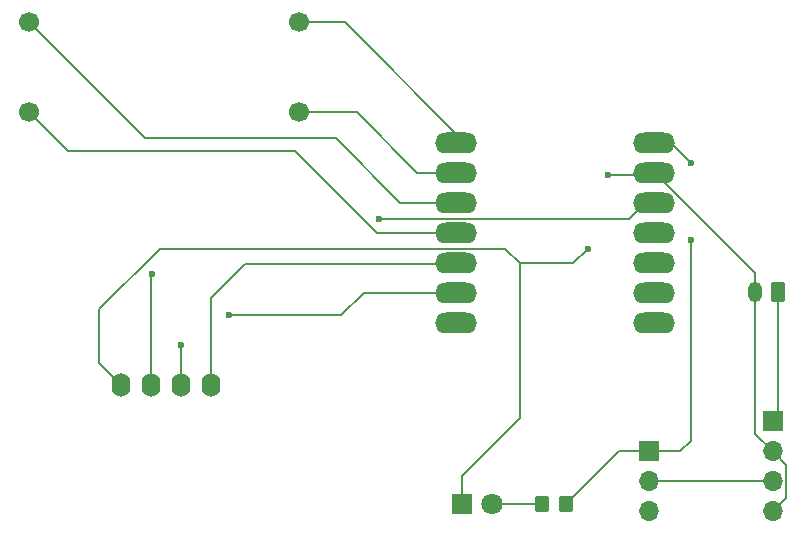
<source format=gbr>
%TF.GenerationSoftware,KiCad,Pcbnew,8.0.7*%
%TF.CreationDate,2025-02-27T15:03:55-08:00*%
%TF.ProjectId,514finalpcbdesign,35313466-696e-4616-9c70-636264657369,rev?*%
%TF.SameCoordinates,Original*%
%TF.FileFunction,Copper,L1,Top*%
%TF.FilePolarity,Positive*%
%FSLAX46Y46*%
G04 Gerber Fmt 4.6, Leading zero omitted, Abs format (unit mm)*
G04 Created by KiCad (PCBNEW 8.0.7) date 2025-02-27 15:03:55*
%MOMM*%
%LPD*%
G01*
G04 APERTURE LIST*
G04 Aperture macros list*
%AMRoundRect*
0 Rectangle with rounded corners*
0 $1 Rounding radius*
0 $2 $3 $4 $5 $6 $7 $8 $9 X,Y pos of 4 corners*
0 Add a 4 corners polygon primitive as box body*
4,1,4,$2,$3,$4,$5,$6,$7,$8,$9,$2,$3,0*
0 Add four circle primitives for the rounded corners*
1,1,$1+$1,$2,$3*
1,1,$1+$1,$4,$5*
1,1,$1+$1,$6,$7*
1,1,$1+$1,$8,$9*
0 Add four rect primitives between the rounded corners*
20,1,$1+$1,$2,$3,$4,$5,0*
20,1,$1+$1,$4,$5,$6,$7,0*
20,1,$1+$1,$6,$7,$8,$9,0*
20,1,$1+$1,$8,$9,$2,$3,0*%
G04 Aperture macros list end*
%TA.AperFunction,ComponentPad*%
%ADD10R,1.700000X1.700000*%
%TD*%
%TA.AperFunction,ComponentPad*%
%ADD11O,1.700000X1.700000*%
%TD*%
%TA.AperFunction,SMDPad,CuDef*%
%ADD12RoundRect,0.250000X-0.350000X-0.450000X0.350000X-0.450000X0.350000X0.450000X-0.350000X0.450000X0*%
%TD*%
%TA.AperFunction,ComponentPad*%
%ADD13O,1.600000X2.000000*%
%TD*%
%TA.AperFunction,ComponentPad*%
%ADD14O,3.556000X1.778000*%
%TD*%
%TA.AperFunction,ComponentPad*%
%ADD15C,1.700000*%
%TD*%
%TA.AperFunction,ComponentPad*%
%ADD16R,1.800000X1.800000*%
%TD*%
%TA.AperFunction,ComponentPad*%
%ADD17C,1.800000*%
%TD*%
%TA.AperFunction,ComponentPad*%
%ADD18RoundRect,0.250000X0.350000X0.625000X-0.350000X0.625000X-0.350000X-0.625000X0.350000X-0.625000X0*%
%TD*%
%TA.AperFunction,ComponentPad*%
%ADD19O,1.200000X1.750000*%
%TD*%
%TA.AperFunction,ViaPad*%
%ADD20C,0.600000*%
%TD*%
%TA.AperFunction,Conductor*%
%ADD21C,0.200000*%
%TD*%
G04 APERTURE END LIST*
D10*
%TO.P,J2,1,Pin_1*%
%TO.N,/3.7V*%
X176402527Y-97862527D03*
D11*
%TO.P,J2,2,Pin_2*%
%TO.N,GND*%
X176402527Y-100402527D03*
%TO.P,J2,3,Pin_3*%
%TO.N,+5V*%
X176402527Y-102942527D03*
%TO.P,J2,4,Pin_4*%
%TO.N,GND*%
X176402527Y-105482527D03*
%TD*%
D12*
%TO.P,R8,1*%
%TO.N,Net-(D1-A)*%
X156902527Y-104902527D03*
%TO.P,R8,2*%
%TO.N,Net-(SW1-A)*%
X158902527Y-104902527D03*
%TD*%
D13*
%TO.P,Brd1,1,GND*%
%TO.N,GND*%
X121282527Y-94802527D03*
%TO.P,Brd1,2,VCC*%
%TO.N,Net-(Brd1-VCC)*%
X123822527Y-94802527D03*
%TO.P,Brd1,3,SCL*%
%TO.N,Net-(Brd1-SCL)*%
X126362527Y-94802527D03*
%TO.P,Brd1,4,SDA*%
%TO.N,Net-(Brd1-SDA)*%
X128902527Y-94802527D03*
%TD*%
D14*
%TO.P,U4,1,PA02_A0_D0*%
%TO.N,Net-(U4-PA02_A0_D0)*%
X149640527Y-74282527D03*
%TO.P,U4,2,PA4_A1_D1*%
%TO.N,Net-(M3--)*%
X149640527Y-76822527D03*
%TO.P,U4,3,PA10_A2_D2*%
%TO.N,Net-(U4-PA10_A2_D2)*%
X149640527Y-79362527D03*
%TO.P,U4,4,PA11_A3_D3*%
%TO.N,Net-(U4-PA11_A3_D3)*%
X149640527Y-81902527D03*
%TO.P,U4,5,PA8_A4_D4_SDA*%
%TO.N,Net-(Brd1-SDA)*%
X149640527Y-84442527D03*
%TO.P,U4,6,PA9_A5_D5_SCL*%
%TO.N,Net-(Brd1-SCL)*%
X149640527Y-86982527D03*
%TO.P,U4,7,PB08_A6_D6_TX*%
%TO.N,unconnected-(U4-PB08_A6_D6_TX-Pad7)*%
X149640527Y-89522527D03*
%TO.P,U4,8,PB09_A7_D7_RX*%
%TO.N,Net-(SW1-A)*%
X166404527Y-74282527D03*
%TO.P,U4,9,PA7_A8_D8_SCK*%
%TO.N,GND*%
X166404527Y-76822527D03*
%TO.P,U4,10,PA5_A9_D9_MISO*%
%TO.N,Net-(Brd1-VCC)*%
X166404527Y-79362527D03*
%TO.P,U4,11,PA6_A10_D10_MOSI*%
%TO.N,unconnected-(U4-PA6_A10_D10_MOSI-Pad11)*%
X166404527Y-81902527D03*
%TO.P,U4,12,3V3*%
%TO.N,unconnected-(U4-3V3-Pad12)*%
X166404527Y-84442527D03*
%TO.P,U4,13,GND*%
%TO.N,unconnected-(U4-GND-Pad13)*%
X166404527Y-86982527D03*
%TO.P,U4,14,5V*%
%TO.N,unconnected-(U4-5V-Pad14)*%
X166404527Y-89522527D03*
%TD*%
D15*
%TO.P,M3,1*%
%TO.N,Net-(U4-PA02_A0_D0)*%
X136332527Y-64092527D03*
%TO.P,M3,2,-*%
%TO.N,Net-(M3--)*%
X136332527Y-71712527D03*
%TO.P,M3,3*%
%TO.N,Net-(U4-PA10_A2_D2)*%
X113472527Y-64092527D03*
%TO.P,M3,4*%
%TO.N,Net-(U4-PA11_A3_D3)*%
X113472527Y-71712527D03*
%TD*%
D10*
%TO.P,SW1,1,A*%
%TO.N,Net-(SW1-A)*%
X165902527Y-100402527D03*
D11*
%TO.P,SW1,2,B*%
%TO.N,+5V*%
X165902527Y-102942527D03*
%TO.P,SW1,3,C*%
%TO.N,unconnected-(SW1-C-Pad3)*%
X165902527Y-105482527D03*
%TD*%
D16*
%TO.P,D1,1,K*%
%TO.N,GND*%
X150132527Y-104902527D03*
D17*
%TO.P,D1,2,A*%
%TO.N,Net-(D1-A)*%
X152672527Y-104902527D03*
%TD*%
D18*
%TO.P,J1,1,Pin_1*%
%TO.N,/3.7V*%
X176902527Y-86952527D03*
D19*
%TO.P,J1,2,Pin_2*%
%TO.N,GND*%
X174902527Y-86952527D03*
%TD*%
D20*
%TO.N,Net-(SW1-A)*%
X169500000Y-76000000D03*
X169500000Y-82500000D03*
%TO.N,GND*%
X162500000Y-77000000D03*
X160753527Y-83253527D03*
%TO.N,Net-(Brd1-SCL)*%
X130402527Y-88902527D03*
X126362527Y-91402527D03*
%TO.N,Net-(Brd1-VCC)*%
X143091527Y-80713527D03*
X123902527Y-85402527D03*
%TD*%
D21*
%TO.N,Net-(SW1-A)*%
X169500000Y-99500000D02*
X169500000Y-82500000D01*
X165902527Y-100402527D02*
X168597473Y-100402527D01*
X168597473Y-100402527D02*
X169500000Y-99500000D01*
%TO.N,GND*%
X162500000Y-77000000D02*
X165465054Y-77000000D01*
X165465054Y-77000000D02*
X165642527Y-76822527D01*
X174902527Y-86952527D02*
X174902527Y-85290027D01*
X174902527Y-85290027D02*
X166435027Y-76822527D01*
X166435027Y-76822527D02*
X165642527Y-76822527D01*
X150132527Y-102492527D02*
X155000000Y-97625054D01*
X155000000Y-97625054D02*
X155000000Y-84500000D01*
X121282527Y-94802527D02*
X121282527Y-94782527D01*
X121282527Y-94782527D02*
X119402527Y-92902527D01*
X119402527Y-88402527D02*
X124551527Y-83253527D01*
X119402527Y-92902527D02*
X119402527Y-88402527D01*
X124551527Y-83253527D02*
X153753527Y-83253527D01*
X153753527Y-83253527D02*
X155000000Y-84500000D01*
X155000000Y-84500000D02*
X159507054Y-84500000D01*
X159507054Y-84500000D02*
X160753527Y-83253527D01*
%TO.N,Net-(Brd1-VCC)*%
X143091527Y-80713527D02*
X164291527Y-80713527D01*
X164291527Y-80713527D02*
X165642527Y-79362527D01*
%TO.N,Net-(Brd1-SCL)*%
X126362527Y-91402527D02*
X126362527Y-94802527D01*
X141822527Y-86982527D02*
X139902527Y-88902527D01*
X139902527Y-88902527D02*
X130402527Y-88902527D01*
X150402527Y-86982527D02*
X141822527Y-86982527D01*
%TO.N,GND*%
X177552527Y-104332527D02*
X176402527Y-105482527D01*
X177552527Y-101552527D02*
X177552527Y-104332527D01*
X176402527Y-100402527D02*
X177552527Y-101552527D01*
X174902527Y-98902527D02*
X176402527Y-100402527D01*
X174902527Y-86952527D02*
X174902527Y-98902527D01*
%TO.N,unconnected-(U4-GND-Pad13)*%
X165642527Y-86982527D02*
X165672527Y-86952527D01*
%TO.N,GND*%
X150132527Y-104902527D02*
X150132527Y-102492527D01*
%TO.N,Net-(D1-A)*%
X156902527Y-104902527D02*
X152672527Y-104902527D01*
%TO.N,Net-(U4-PA10_A2_D2)*%
X139402527Y-73902527D02*
X123282527Y-73902527D01*
X150402527Y-79362527D02*
X144862527Y-79362527D01*
X144862527Y-79362527D02*
X139402527Y-73902527D01*
X123282527Y-73902527D02*
X113472527Y-64092527D01*
%TO.N,Net-(U4-PA11_A3_D3)*%
X150402527Y-81902527D02*
X142902527Y-81902527D01*
X136000000Y-75000000D02*
X116760000Y-75000000D01*
X142902527Y-81902527D02*
X136000000Y-75000000D01*
X116760000Y-75000000D02*
X113472527Y-71712527D01*
%TO.N,Net-(M3--)*%
X141212527Y-71712527D02*
X136332527Y-71712527D01*
X150402527Y-76822527D02*
X146322527Y-76822527D01*
X146322527Y-76822527D02*
X141212527Y-71712527D01*
%TO.N,Net-(SW1-A)*%
X163402527Y-100402527D02*
X158902527Y-104902527D01*
X165902527Y-100402527D02*
X163402527Y-100402527D01*
%TO.N,unconnected-(U4-5V-Pad14)*%
X165642527Y-89522527D02*
X165902527Y-89782527D01*
%TO.N,+5V*%
X165902527Y-102942527D02*
X176402527Y-102942527D01*
%TO.N,Net-(Brd1-SDA)*%
X131753027Y-84552027D02*
X128902527Y-87402527D01*
X128902527Y-87402527D02*
X128902527Y-94802527D01*
X150293027Y-84552027D02*
X131753027Y-84552027D01*
X150402527Y-84442527D02*
X150293027Y-84552027D01*
%TO.N,Net-(U4-PA02_A0_D0)*%
X150402527Y-74282527D02*
X140212527Y-64092527D01*
X140212527Y-64092527D02*
X136332527Y-64092527D01*
%TO.N,/3.7V*%
X176902527Y-86952527D02*
X176902527Y-97362527D01*
X176902527Y-97362527D02*
X176402527Y-97862527D01*
%TO.N,Net-(Brd1-VCC)*%
X123902527Y-85402527D02*
X123822527Y-85482527D01*
X123822527Y-85482527D02*
X123822527Y-94802527D01*
%TO.N,Net-(SW1-A)*%
X167782527Y-74282527D02*
X165642527Y-74282527D01*
X169500000Y-76000000D02*
X167782527Y-74282527D01*
%TD*%
M02*

</source>
